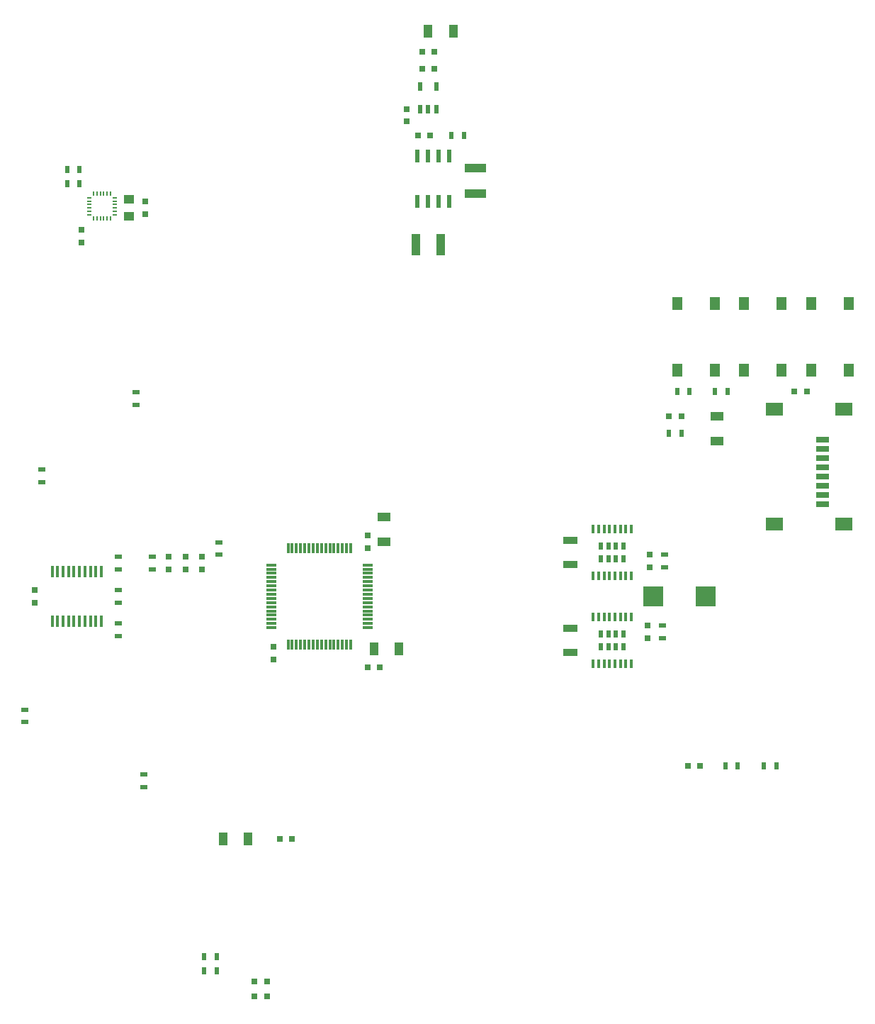
<source format=gbr>
G04 #@! TF.FileFunction,Paste,Top*
%FSLAX46Y46*%
G04 Gerber Fmt 4.6, Leading zero omitted, Abs format (unit mm)*
G04 Created by KiCad (PCBNEW 4.0.2-stable) date 3/31/2016 10:50:00 PM*
%MOMM*%
G01*
G04 APERTURE LIST*
%ADD10C,0.100000*%
%ADD11R,0.550000X1.000000*%
%ADD12R,0.550000X1.500000*%
%ADD13R,0.600000X0.230000*%
%ADD14R,0.230000X0.600000*%
%ADD15R,0.450000X1.050000*%
%ADD16R,0.537000X0.882000*%
%ADD17R,0.300000X1.200000*%
%ADD18R,1.200000X0.300000*%
%ADD19R,0.797560X0.797560*%
%ADD20R,1.500000X0.800000*%
%ADD21R,2.050000X1.500000*%
%ADD22R,0.450000X1.450000*%
%ADD23R,1.300000X1.550000*%
%ADD24R,1.000000X1.600000*%
%ADD25R,1.600000X1.000000*%
%ADD26R,0.900000X0.500000*%
%ADD27R,0.500000X0.900000*%
%ADD28R,0.800000X0.750000*%
%ADD29R,0.750000X0.800000*%
%ADD30R,2.370000X2.430000*%
%ADD31R,1.700000X0.900000*%
%ADD32R,2.500000X1.000000*%
%ADD33R,1.000000X2.500000*%
%ADD34R,1.250000X1.000000*%
G04 APERTURE END LIST*
D10*
D11*
X190949938Y-31850063D03*
X189999937Y-31850063D03*
X189049937Y-31850063D03*
X190949938Y-29150062D03*
X189049937Y-29150062D03*
D12*
X189994937Y-42820063D03*
X189994937Y-37420062D03*
X188724937Y-42820063D03*
X191264938Y-42820063D03*
X192534938Y-42820063D03*
X191264938Y-37420062D03*
X192534938Y-37420062D03*
X188724937Y-37420062D03*
D13*
X149530000Y-42420000D03*
X149530000Y-42820000D03*
X149530000Y-43220000D03*
X149530000Y-43620000D03*
X149530000Y-44020000D03*
X149530000Y-44420000D03*
D14*
X150030000Y-44920000D03*
X150430000Y-44920000D03*
X150830000Y-44920000D03*
X151230000Y-44920000D03*
X151630000Y-44920000D03*
X152030000Y-44920000D03*
D13*
X152530000Y-44420000D03*
X152530000Y-44020000D03*
X152530000Y-43620000D03*
X152530000Y-43220000D03*
X152530000Y-42820000D03*
X152530000Y-42420000D03*
D14*
X152030000Y-41920000D03*
X151630000Y-41920000D03*
X151230000Y-41920000D03*
X150830000Y-41920000D03*
X150430000Y-41920000D03*
X150030000Y-41920000D03*
D15*
X209725000Y-87525000D03*
X210375000Y-87525000D03*
X211025000Y-87525000D03*
X211675000Y-87525000D03*
X212325000Y-87525000D03*
X212975000Y-87525000D03*
X213625000Y-87525000D03*
X214275000Y-87525000D03*
X214275000Y-81975000D03*
X213625000Y-81975000D03*
X212975000Y-81975000D03*
X212325000Y-81975000D03*
X211675000Y-81975000D03*
X211025000Y-81975000D03*
X210375000Y-81975000D03*
X209725000Y-81975000D03*
D16*
X213342500Y-84015000D03*
X212447500Y-84015000D03*
X211552500Y-84015000D03*
X210657500Y-84015000D03*
X213342500Y-85485000D03*
X212447500Y-85485000D03*
X211552500Y-85485000D03*
X210657500Y-85485000D03*
D15*
X209725000Y-98025000D03*
X210375000Y-98025000D03*
X211025000Y-98025000D03*
X211675000Y-98025000D03*
X212325000Y-98025000D03*
X212975000Y-98025000D03*
X213625000Y-98025000D03*
X214275000Y-98025000D03*
X214275000Y-92475000D03*
X213625000Y-92475000D03*
X212975000Y-92475000D03*
X212325000Y-92475000D03*
X211675000Y-92475000D03*
X211025000Y-92475000D03*
X210375000Y-92475000D03*
X209725000Y-92475000D03*
D16*
X213342500Y-94515000D03*
X212447500Y-94515000D03*
X211552500Y-94515000D03*
X210657500Y-94515000D03*
X213342500Y-95985000D03*
X212447500Y-95985000D03*
X211552500Y-95985000D03*
X210657500Y-95985000D03*
D17*
X175249937Y-84249937D03*
D18*
X171249937Y-89249937D03*
X171249937Y-92749938D03*
X171249937Y-93249938D03*
X171249937Y-93749938D03*
D17*
X173249937Y-95749938D03*
X174749937Y-95749938D03*
X175249937Y-95749938D03*
X175749937Y-95749938D03*
X176249937Y-95749938D03*
D18*
X182749938Y-89749937D03*
X182749938Y-89249937D03*
X182749938Y-88749937D03*
X182749938Y-88249937D03*
X182749938Y-87749937D03*
X182749938Y-87249937D03*
D17*
X180749938Y-84249937D03*
X180249938Y-84249937D03*
X177749938Y-95749938D03*
X178249938Y-95749938D03*
X178749938Y-95749938D03*
X177749938Y-84249937D03*
X177249938Y-84249937D03*
X176749937Y-84249937D03*
X176249937Y-84249937D03*
X175749937Y-84249937D03*
X174749937Y-84249937D03*
X174249937Y-84249937D03*
X179249938Y-95749938D03*
X179749938Y-95749938D03*
D18*
X182749938Y-93749938D03*
X182749938Y-93249938D03*
X182749938Y-92749938D03*
X182749938Y-92249938D03*
X171249937Y-89749937D03*
X171249937Y-90249938D03*
X171249937Y-90749938D03*
X171249937Y-91249938D03*
D17*
X176749937Y-95749938D03*
X177249938Y-95749938D03*
D18*
X182749938Y-91749938D03*
X182749938Y-91249938D03*
X182749938Y-90749938D03*
X182749938Y-90249938D03*
D17*
X179749938Y-84249937D03*
X179249938Y-84249937D03*
X178749938Y-84249937D03*
D18*
X171249937Y-86749937D03*
X171249937Y-87249937D03*
X171249937Y-87749937D03*
D17*
X178249938Y-84249937D03*
D18*
X171249937Y-88249937D03*
X171249937Y-88749937D03*
X171249937Y-86249937D03*
D17*
X180249938Y-95749938D03*
D18*
X182749938Y-86749937D03*
X171249937Y-92249938D03*
D17*
X174249937Y-95749938D03*
X180749938Y-95749938D03*
D18*
X182749938Y-86249937D03*
D17*
X173249937Y-84249937D03*
D18*
X171249937Y-91749938D03*
D17*
X173749937Y-95749938D03*
X173749937Y-84249937D03*
D19*
X169250700Y-136000000D03*
X170749300Y-136000000D03*
X169250700Y-137750000D03*
X170749300Y-137750000D03*
D20*
X237100000Y-71300000D03*
X237100000Y-72400000D03*
X237100000Y-73500000D03*
X237100000Y-74600000D03*
X237100000Y-75700000D03*
X237100000Y-76800000D03*
X237100000Y-77900000D03*
X237100000Y-79000000D03*
D21*
X239700000Y-67625000D03*
X231400000Y-67625000D03*
X231400000Y-81375000D03*
X239700000Y-81375000D03*
D19*
X190249300Y-35000000D03*
X188750700Y-35000000D03*
X220249300Y-68500000D03*
X218750700Y-68500000D03*
D22*
X145075000Y-92950000D03*
X145725000Y-92950000D03*
X146375000Y-92950000D03*
X147025000Y-92950000D03*
X147675000Y-92950000D03*
X148325000Y-92950000D03*
X148975000Y-92950000D03*
X149625000Y-92950000D03*
X150275000Y-92950000D03*
X150925000Y-92950000D03*
X150925000Y-87050000D03*
X150275000Y-87050000D03*
X149625000Y-87050000D03*
X148975000Y-87050000D03*
X148325000Y-87050000D03*
X147675000Y-87050000D03*
X147025000Y-87050000D03*
X146375000Y-87050000D03*
X145725000Y-87050000D03*
X145075000Y-87050000D03*
D23*
X224250000Y-62975000D03*
X219750000Y-62975000D03*
X219750000Y-55025000D03*
X224250000Y-55025000D03*
X232250000Y-62975000D03*
X227750000Y-62975000D03*
X227750000Y-55025000D03*
X232250000Y-55025000D03*
X240250000Y-62975000D03*
X235750000Y-62975000D03*
X235750000Y-55025000D03*
X240250000Y-55025000D03*
D24*
X190000000Y-22500000D03*
X193000000Y-22500000D03*
X168500000Y-119000000D03*
X165500000Y-119000000D03*
D25*
X224500000Y-71500000D03*
X224500000Y-68500000D03*
D24*
X186500000Y-96250000D03*
X183500000Y-96250000D03*
D25*
X184750000Y-80500000D03*
X184750000Y-83500000D03*
D26*
X157000000Y-85250000D03*
X157000000Y-86750000D03*
D27*
X163250000Y-134750000D03*
X164750000Y-134750000D03*
X163250000Y-133000000D03*
X164750000Y-133000000D03*
D26*
X165000000Y-83540000D03*
X165000000Y-85040000D03*
D27*
X146850000Y-39000000D03*
X148350000Y-39000000D03*
X146850000Y-40750000D03*
X148350000Y-40750000D03*
D26*
X218000000Y-93500000D03*
X218000000Y-95000000D03*
X218250000Y-86500000D03*
X218250000Y-85000000D03*
D27*
X219750000Y-65500000D03*
X221250000Y-65500000D03*
X225750000Y-65500000D03*
X224250000Y-65500000D03*
X194250000Y-35000000D03*
X192750000Y-35000000D03*
D26*
X153000000Y-90750000D03*
X153000000Y-89250000D03*
X153000000Y-94750000D03*
X153000000Y-93250000D03*
X153000000Y-86750000D03*
X153000000Y-85250000D03*
X141770000Y-103520000D03*
X141770000Y-105020000D03*
X156000000Y-111250000D03*
X156000000Y-112750000D03*
X155070000Y-65660000D03*
X155070000Y-67160000D03*
X143830000Y-74880000D03*
X143830000Y-76380000D03*
D27*
X220250000Y-70500000D03*
X218750000Y-70500000D03*
X231610000Y-110240000D03*
X230110000Y-110240000D03*
X227000000Y-110250000D03*
X225500000Y-110250000D03*
D28*
X221000000Y-110250000D03*
X222500000Y-110250000D03*
D29*
X182750000Y-82750000D03*
X182750000Y-84250000D03*
D28*
X184250000Y-98500000D03*
X182750000Y-98500000D03*
D29*
X171500000Y-96000000D03*
X171500000Y-97500000D03*
X161000000Y-86750000D03*
X161000000Y-85250000D03*
X163000000Y-85250000D03*
X163000000Y-86750000D03*
X159000000Y-86750000D03*
X159000000Y-85250000D03*
D28*
X235250000Y-65500000D03*
X233750000Y-65500000D03*
D29*
X143000000Y-90750000D03*
X143000000Y-89250000D03*
X216500000Y-86500000D03*
X216500000Y-85000000D03*
X216250000Y-93500000D03*
X216250000Y-95000000D03*
X156200000Y-44350000D03*
X156200000Y-42850000D03*
X148600000Y-46250000D03*
X148600000Y-47750000D03*
D28*
X172250000Y-119000000D03*
X173750000Y-119000000D03*
D29*
X187410000Y-31820000D03*
X187410000Y-33320000D03*
D28*
X190750000Y-25000000D03*
X189250000Y-25000000D03*
X190750000Y-27000000D03*
X189250000Y-27000000D03*
D30*
X223120000Y-90000000D03*
X216880000Y-90000000D03*
D31*
X207000000Y-96700000D03*
X207000000Y-93800000D03*
X207000000Y-83300000D03*
X207000000Y-86200000D03*
D32*
X195600000Y-38900000D03*
X195600000Y-41900000D03*
D33*
X191500000Y-48000000D03*
X188500000Y-48000000D03*
D34*
X154200000Y-44600000D03*
X154200000Y-42600000D03*
M02*

</source>
